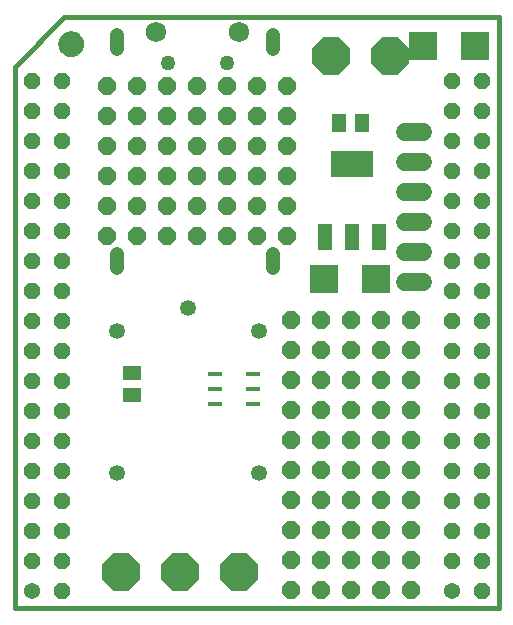
<source format=gbs>
G75*
%MOIN*%
%OFA0B0*%
%FSLAX24Y24*%
%IPPOS*%
%LPD*%
%AMOC8*
5,1,8,0,0,1.08239X$1,22.5*
%
%ADD10C,0.0160*%
%ADD11C,0.0000*%
%ADD12C,0.0827*%
%ADD13C,0.0540*%
%ADD14OC8,0.0540*%
%ADD15OC8,0.1250*%
%ADD16C,0.0472*%
%ADD17C,0.0531*%
%ADD18R,0.0480X0.0880*%
%ADD19R,0.1417X0.0866*%
%ADD20OC8,0.0600*%
%ADD21R,0.0480X0.0160*%
%ADD22R,0.0591X0.0512*%
%ADD23R,0.0945X0.0945*%
%ADD24C,0.0600*%
%ADD25C,0.0679*%
%ADD26C,0.0502*%
%ADD27R,0.0512X0.0591*%
D10*
X002057Y000180D02*
X018199Y000180D01*
X018199Y019865D01*
X003710Y019865D01*
X002057Y018211D01*
X002057Y000180D01*
D11*
X003514Y018979D02*
X003516Y019019D01*
X003522Y019060D01*
X003532Y019099D01*
X003545Y019137D01*
X003563Y019174D01*
X003584Y019208D01*
X003608Y019241D01*
X003635Y019271D01*
X003665Y019298D01*
X003698Y019322D01*
X003732Y019343D01*
X003769Y019361D01*
X003807Y019374D01*
X003846Y019384D01*
X003887Y019390D01*
X003927Y019392D01*
X003967Y019390D01*
X004008Y019384D01*
X004047Y019374D01*
X004085Y019361D01*
X004122Y019343D01*
X004156Y019322D01*
X004189Y019298D01*
X004219Y019271D01*
X004246Y019241D01*
X004270Y019208D01*
X004291Y019174D01*
X004309Y019137D01*
X004322Y019099D01*
X004332Y019060D01*
X004338Y019019D01*
X004340Y018979D01*
X004338Y018939D01*
X004332Y018898D01*
X004322Y018859D01*
X004309Y018821D01*
X004291Y018784D01*
X004270Y018750D01*
X004246Y018717D01*
X004219Y018687D01*
X004189Y018660D01*
X004156Y018636D01*
X004122Y018615D01*
X004085Y018597D01*
X004047Y018584D01*
X004008Y018574D01*
X003967Y018568D01*
X003927Y018566D01*
X003887Y018568D01*
X003846Y018574D01*
X003807Y018584D01*
X003769Y018597D01*
X003732Y018615D01*
X003698Y018636D01*
X003665Y018660D01*
X003635Y018687D01*
X003608Y018717D01*
X003584Y018750D01*
X003563Y018784D01*
X003545Y018821D01*
X003532Y018859D01*
X003522Y018898D01*
X003516Y018939D01*
X003514Y018979D01*
D12*
X003927Y018979D03*
D13*
X002628Y000735D03*
X016628Y000735D03*
D14*
X017628Y000735D03*
X017628Y001735D03*
X017628Y002735D03*
X017628Y003735D03*
X017628Y004735D03*
X017628Y005735D03*
X017628Y006735D03*
X017628Y007735D03*
X017628Y008735D03*
X017628Y009735D03*
X017628Y010735D03*
X017628Y011735D03*
X017628Y012735D03*
X017628Y013735D03*
X017628Y014735D03*
X017628Y015735D03*
X017628Y016735D03*
X017628Y017735D03*
X016628Y017735D03*
X016628Y016735D03*
X016628Y015735D03*
X016628Y014735D03*
X016628Y013735D03*
X016628Y012735D03*
X016628Y011735D03*
X016628Y010735D03*
X016628Y009735D03*
X016628Y008735D03*
X016628Y007735D03*
X016628Y006735D03*
X016628Y005735D03*
X016628Y004735D03*
X016628Y003735D03*
X016628Y002735D03*
X016628Y001735D03*
X003628Y001735D03*
X003628Y000735D03*
X002628Y001735D03*
X002628Y002735D03*
X003628Y002735D03*
X003628Y003735D03*
X003628Y004735D03*
X003628Y005735D03*
X003628Y006735D03*
X003628Y007735D03*
X003628Y008735D03*
X003628Y009735D03*
X003628Y010735D03*
X003628Y011735D03*
X003628Y012735D03*
X003628Y013735D03*
X003628Y014735D03*
X003628Y015735D03*
X003628Y016735D03*
X003628Y017735D03*
X002628Y017735D03*
X002628Y016735D03*
X002628Y015735D03*
X002628Y014735D03*
X002628Y013735D03*
X002628Y012735D03*
X002628Y011735D03*
X002628Y010735D03*
X002628Y009735D03*
X002628Y008735D03*
X002628Y007735D03*
X002628Y006735D03*
X002628Y005735D03*
X002628Y004735D03*
X002628Y003735D03*
D15*
X005600Y001361D03*
X007569Y001361D03*
X009537Y001361D03*
X012608Y018566D03*
X014577Y018566D03*
D16*
X010673Y018811D02*
X010673Y019283D01*
X005473Y019283D02*
X005473Y018811D01*
X005473Y011983D02*
X005473Y011511D01*
X010673Y011511D02*
X010673Y011983D01*
D17*
X010199Y009389D03*
X007836Y010176D03*
X005474Y009389D03*
X005474Y004664D03*
X010199Y004664D03*
D18*
X012387Y012543D03*
X013297Y012543D03*
X014207Y012543D03*
D19*
X013297Y014983D03*
D20*
X011120Y014586D03*
X011120Y015586D03*
X011120Y016586D03*
X011120Y017586D03*
X010120Y017586D03*
X009120Y017586D03*
X009120Y016586D03*
X010120Y016586D03*
X010120Y015586D03*
X009120Y015586D03*
X009120Y014586D03*
X010120Y014586D03*
X010120Y013586D03*
X009120Y013586D03*
X009120Y012586D03*
X010120Y012586D03*
X011120Y012586D03*
X011120Y013586D03*
X008120Y013586D03*
X008120Y014586D03*
X008120Y015586D03*
X008120Y016586D03*
X008120Y017586D03*
X007120Y017586D03*
X006120Y017586D03*
X006120Y016586D03*
X007120Y016586D03*
X007120Y015586D03*
X006120Y015586D03*
X006120Y014586D03*
X007120Y014586D03*
X007120Y013586D03*
X006120Y013586D03*
X006120Y012586D03*
X007120Y012586D03*
X008120Y012586D03*
X005120Y012586D03*
X005120Y013586D03*
X005120Y014586D03*
X005120Y015586D03*
X005120Y016586D03*
X005120Y017586D03*
X011277Y009782D03*
X011277Y008782D03*
X011277Y007782D03*
X011277Y006782D03*
X011277Y005782D03*
X011277Y004782D03*
X011277Y003782D03*
X011277Y002782D03*
X011277Y001782D03*
X011277Y000782D03*
X012277Y000782D03*
X012277Y001782D03*
X012277Y002782D03*
X012277Y003782D03*
X012277Y004782D03*
X012277Y005782D03*
X012277Y006782D03*
X012277Y007782D03*
X012277Y008782D03*
X012277Y009782D03*
X013277Y009782D03*
X013277Y008782D03*
X013277Y007782D03*
X013277Y006782D03*
X013277Y005782D03*
X013277Y004782D03*
X013277Y003782D03*
X013277Y002782D03*
X013277Y001782D03*
X013277Y000782D03*
X014277Y000782D03*
X014277Y001782D03*
X014277Y002782D03*
X014277Y003782D03*
X014277Y004782D03*
X014277Y005782D03*
X014277Y006782D03*
X014277Y007782D03*
X014277Y008782D03*
X014277Y009782D03*
X015277Y009782D03*
X015277Y008782D03*
X015277Y007782D03*
X015277Y006782D03*
X015277Y005782D03*
X015277Y004782D03*
X015277Y003782D03*
X015277Y002782D03*
X015277Y001782D03*
X015277Y000782D03*
D21*
X009990Y006963D03*
X009990Y007463D03*
X009990Y007963D03*
X008730Y007963D03*
X008730Y007463D03*
X008730Y006963D03*
D22*
X005974Y007267D03*
X005974Y008015D03*
D23*
X012372Y011125D03*
X014104Y011125D03*
X015679Y018920D03*
X017411Y018920D03*
D24*
X015664Y016046D02*
X015064Y016046D01*
X015064Y015046D02*
X015664Y015046D01*
X015664Y014046D02*
X015064Y014046D01*
X015064Y013046D02*
X015664Y013046D01*
X015664Y012046D02*
X015064Y012046D01*
X015064Y011046D02*
X015664Y011046D01*
D25*
X009537Y019373D03*
X006781Y019373D03*
D26*
X007175Y018339D03*
X009144Y018339D03*
D27*
X012884Y016322D03*
X013632Y016322D03*
M02*

</source>
